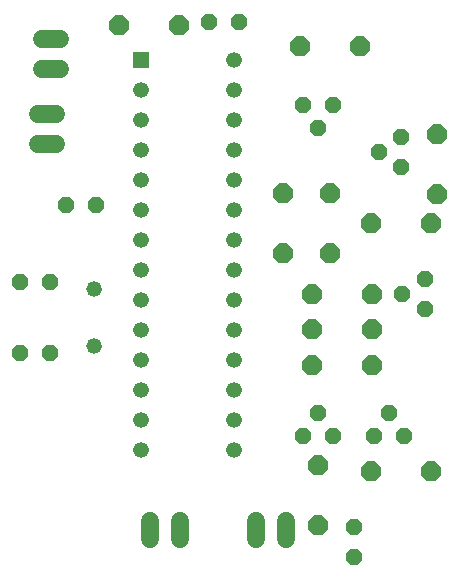
<source format=gbr>
G04 EAGLE Gerber RS-274X export*
G75*
%MOMM*%
%FSLAX34Y34*%
%LPD*%
%INTop Copper*%
%IPPOS*%
%AMOC8*
5,1,8,0,0,1.08239X$1,22.5*%
G01*
%ADD10P,1.539592X8X202.500000*%
%ADD11P,1.539592X8X22.500000*%
%ADD12P,1.539592X8X292.500000*%
%ADD13C,1.320800*%
%ADD14P,1.429621X8X202.500000*%
%ADD15P,1.429621X8X112.500000*%
%ADD16P,1.429621X8X22.500000*%
%ADD17P,1.814519X8X202.500000*%
%ADD18P,1.814519X8X292.500000*%
%ADD19P,1.814519X8X22.500000*%
%ADD20R,1.338000X1.338000*%
%ADD21C,1.338000*%
%ADD22C,1.508000*%


D10*
X52700Y190000D03*
X27300Y190000D03*
X52700Y250000D03*
X27300Y250000D03*
D11*
X187300Y470000D03*
X212700Y470000D03*
D10*
X91800Y315500D03*
X66400Y315500D03*
D12*
X310000Y42700D03*
X310000Y17300D03*
D13*
X90000Y195870D03*
X90000Y244130D03*
D14*
X267300Y400000D03*
X280000Y380950D03*
X292700Y400000D03*
D15*
X350000Y372700D03*
X330950Y360000D03*
X350000Y347300D03*
X370000Y252700D03*
X350950Y240000D03*
X370000Y227300D03*
D16*
X352700Y120000D03*
X340000Y139050D03*
X327300Y120000D03*
X292700Y120000D03*
X280000Y139050D03*
X267300Y120000D03*
D17*
X161500Y468200D03*
X110700Y468200D03*
X375400Y90000D03*
X324600Y90000D03*
D18*
X280000Y95400D03*
X280000Y44600D03*
D17*
X325400Y180000D03*
X274600Y180000D03*
X325400Y210000D03*
X274600Y210000D03*
X325400Y240000D03*
X274600Y240000D03*
D18*
X290000Y325400D03*
X290000Y274600D03*
X250000Y325400D03*
X250000Y274600D03*
D19*
X264600Y450000D03*
X315400Y450000D03*
D18*
X380000Y375400D03*
X380000Y324600D03*
D19*
X324600Y300000D03*
X375400Y300000D03*
D20*
X129330Y438300D03*
D21*
X129330Y412900D03*
X129330Y387500D03*
X129330Y362100D03*
X129330Y336700D03*
X129330Y311300D03*
X129330Y285900D03*
X129330Y260500D03*
X129330Y235100D03*
X129330Y209700D03*
X129330Y184300D03*
X129330Y158900D03*
X129330Y133500D03*
X129330Y108100D03*
X208070Y108100D03*
X208070Y133500D03*
X208070Y158900D03*
X208070Y184300D03*
X208070Y209700D03*
X208070Y235100D03*
X208070Y260500D03*
X208070Y285900D03*
X208070Y311300D03*
X208070Y336700D03*
X208070Y362100D03*
X208070Y387500D03*
X208070Y412900D03*
X208070Y438300D03*
D22*
X227300Y47540D02*
X227300Y32460D01*
X252700Y32460D02*
X252700Y47540D01*
X57540Y392700D02*
X42460Y392700D01*
X42460Y367300D02*
X57540Y367300D01*
X61040Y456100D02*
X45960Y456100D01*
X45960Y430700D02*
X61040Y430700D01*
X137300Y47540D02*
X137300Y32460D01*
X162700Y32460D02*
X162700Y47540D01*
M02*

</source>
